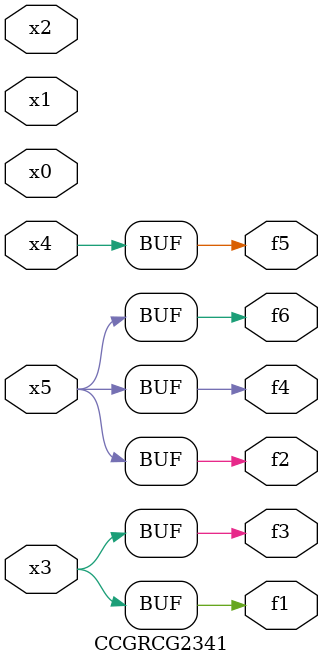
<source format=v>
module CCGRCG2341(
	input x0, x1, x2, x3, x4, x5,
	output f1, f2, f3, f4, f5, f6
);
	assign f1 = x3;
	assign f2 = x5;
	assign f3 = x3;
	assign f4 = x5;
	assign f5 = x4;
	assign f6 = x5;
endmodule

</source>
